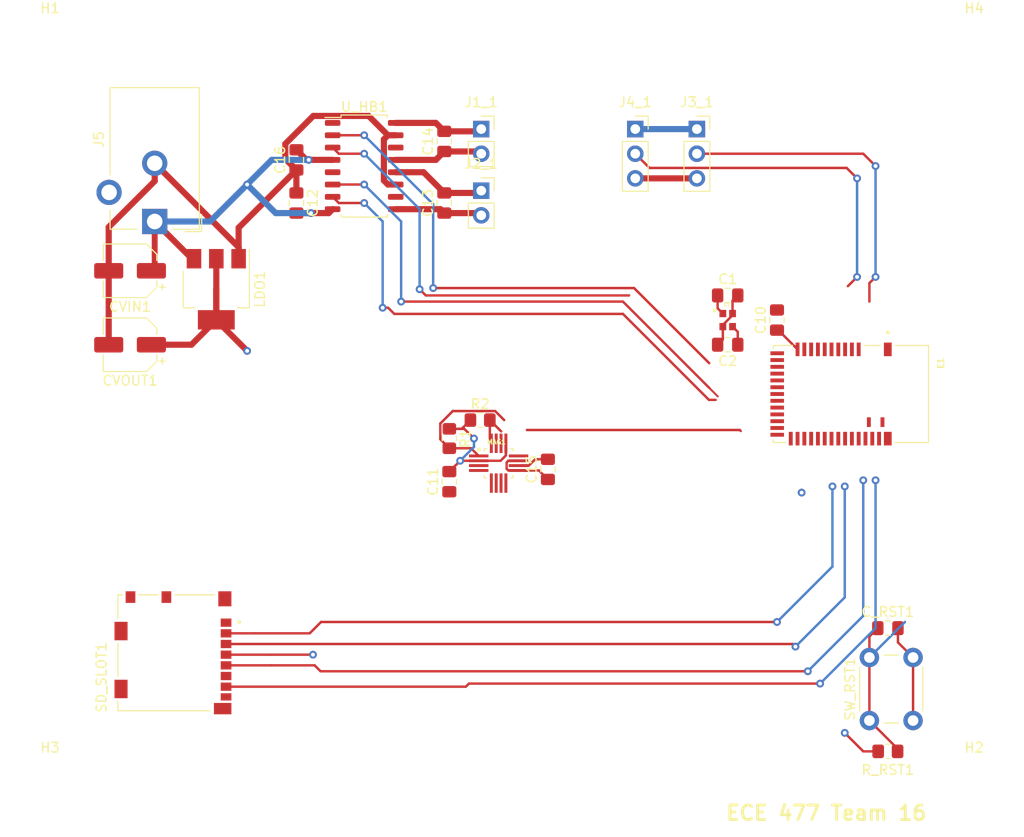
<source format=kicad_pcb>
(kicad_pcb (version 20211014) (generator pcbnew)
  (layers (0 "F.Cu" signal) (31 "B.Cu" signal) (34 "B.Paste" user) (35 "F.Paste" user) (36 "B.SilkS" user "B.Silkscreen") (37 "F.SilkS" user "F.Silkscreen") (38 "B.Mask" user) (39 "F.Mask" user) (44 "Edge.Cuts" user))
  (net 0 "")
  (net 1 "/XC1")
  (net 2 "GND")
  (net 3 "/XC2")
  (net 4 "+3V3")
  (net 5 "+6V")
  (net 6 "Net-(C13-Pad2)")
  (net 7 "Net-(C13-Pad1)")
  (net 8 "Net-(C14-Pad1)")
  (net 9 "Net-(C14-Pad2)")
  (net 10 "Net-(C15-Pad2)")
  (net 11 "/WSS1")
  (net 12 "/WSS2")
  (net 13 "/SCL")
  (net 16 "/SDA")
  (net 17 "/MOSI")
  (net 18 "/SCLK")
  (net 19 "/MISO")
  (net 20 "/CS")
  (net 21 "/INA")
  (net 22 "/SDCLK")
  (net 23 "/SWDIO")
  (net 24 "/INB")
  (net 25 "/INC")
  (net 26 "/IND")
  (net 34 "/MSCL")
  (footprint "Capacitor_SMD:C_0805_2012Metric_Pad1.18x1.45mm_HandSolder" (layer "F.Cu") (at 152.4 88.9)
    (fp_text reference "C1" (at 0 -1.68) (layer "F.SilkS"))
    (fp_text value "12pF")
    (pad "1" smd roundrect locked (at -1.0375 0) (size 1.175 1.45) (layers "F.Cu" "F.Paste" "F.Mask") (roundrect_rratio 0.212766) (net 1 "/XC1"))
    (pad "2" smd roundrect locked (at 1.0375 0) (size 1.175 1.45) (layers "F.Cu" "F.Paste" "F.Mask") (roundrect_rratio 0.212766) (net 2 "GND"))
  )
  (footprint "Capacitor_SMD:C_0805_2012Metric_Pad1.18x1.45mm_HandSolder" (layer "F.Cu") (at 123.71 108.095 90)
    (fp_text reference "C11" (at 0 -1.68 90) (layer "F.SilkS"))
    (fp_text value "1uF")
    (pad "1" smd roundrect locked (at -1.0375 0 90) (size 1.175 1.45) (layers "F.Cu" "F.Paste" "F.Mask") (roundrect_rratio 0.212766) (net 2 "GND"))
    (pad "2" smd roundrect locked (at 1.0375 0 90) (size 1.175 1.45) (layers "F.Cu" "F.Paste" "F.Mask") (roundrect_rratio 0.213) (net 4 "+3V3"))
  )
  (footprint "Capacitor_SMD:C_0805_2012Metric_Pad1.18x1.45mm_HandSolder" (layer "F.Cu") (at 107.95 79.375 -90)
    (fp_text reference "C12" (at 0 -1.68 90) (layer "F.SilkS"))
    (fp_text value "100uF")
    (pad "1" smd roundrect locked (at -1.0375 0 270) (size 1.175 1.45) (layers "F.Cu" "F.Paste" "F.Mask") (roundrect_rratio 0.212766) (net 2 "GND"))
    (pad "2" smd roundrect locked (at 1.0375 0 270) (size 1.175 1.45) (layers "F.Cu" "F.Paste" "F.Mask") (roundrect_rratio 0.212766) (net 5 "+6V"))
  )
  (footprint "Capacitor_SMD:C_0805_2012Metric_Pad1.18x1.45mm_HandSolder" (layer "F.Cu") (at 123.19 79.375 90)
    (fp_text reference "C13" (at 0 -1.68 90) (layer "F.SilkS"))
    (fp_text value ".1uF")
    (pad "1" smd roundrect locked (at -1.0375 0 90) (size 1.175 1.45) (layers "F.Cu" "F.Paste" "F.Mask") (roundrect_rratio 0.212766) (net 7 "Net-(C13-Pad1)"))
    (pad "2" smd roundrect locked (at 1.0375 0 90) (size 1.175 1.45) (layers "F.Cu" "F.Paste" "F.Mask") (roundrect_rratio 0.212766) (net 6 "Net-(C13-Pad2)"))
  )
  (footprint "Capacitor_SMD:C_0805_2012Metric_Pad1.18x1.45mm_HandSolder" (layer "F.Cu") (at 123.19 73.025 90)
    (fp_text reference "C14" (at 0 -1.68 90) (layer "F.SilkS"))
    (fp_text value ".1uF")
    (pad "1" smd roundrect locked (at -1.0375 0 90) (size 1.175 1.45) (layers "F.Cu" "F.Paste" "F.Mask") (roundrect_rratio 0.212766) (net 8 "Net-(C14-Pad1)"))
    (pad "2" smd roundrect locked (at 1.0375 0 90) (size 1.175 1.45) (layers "F.Cu" "F.Paste" "F.Mask") (roundrect_rratio 0.212766) (net 9 "Net-(C14-Pad2)"))
  )
  (footprint "Capacitor_SMD:C_0805_2012Metric_Pad1.18x1.45mm_HandSolder" (layer "F.Cu") (at 133.87 106.825 90)
    (fp_text reference "C15" (at 0 -1.68 90) (layer "F.SilkS"))
    (fp_text value "10uF")
    (pad "1" smd roundrect locked (at -1.0375 0 90) (size 1.175 1.45) (layers "F.Cu" "F.Paste" "F.Mask") (roundrect_rratio 0.212766) (net 2 "GND"))
    (pad "2" smd roundrect locked (at 1.0375 0 90) (size 1.175 1.45) (layers "F.Cu" "F.Paste" "F.Mask") (roundrect_rratio 0.212766) (net 10 "Net-(C15-Pad2)"))
  )
  (footprint "Capacitor_SMD:C_0805_2012Metric_Pad1.18x1.45mm_HandSolder" (layer "F.Cu") (at 107.95 74.93 90)
    (fp_text reference "C16" (at 0 -1.68 90) (layer "F.SilkS"))
    (fp_text value "100uF")
    (pad "1" smd roundrect locked (at -1.0375 0 90) (size 1.175 1.45) (layers "F.Cu" "F.Paste" "F.Mask") (roundrect_rratio 0.212766) (net 2 "GND"))
    (pad "2" smd roundrect locked (at 1.0375 0 90) (size 1.175 1.45) (layers "F.Cu" "F.Paste" "F.Mask") (roundrect_rratio 0.212766) (net 5 "+6V"))
  )
  (footprint "Capacitor_SMD:C_0805_2012Metric_Pad1.18x1.45mm_HandSolder" (layer "F.Cu") (at 168.91 123.19)
    (fp_text reference "C_RST1" (at 0 -1.68) (layer "F.SilkS"))
    (fp_text value "1uF")
    (pad "1" smd roundrect locked (at -1.0375 0) (size 1.175 1.45) (layers "F.Cu" "F.Paste" "F.Mask") (roundrect_rratio 0.212766) (net 34 "/MSCL"))
    (pad "2" smd roundrect locked (at 1.0375 0) (size 1.175 1.45) (layers "F.Cu" "F.Paste" "F.Mask") (roundrect_rratio 0.212766) (net 2 "GND"))
  )
  (footprint "Capacitor_SMD:CP_Elec_5x5.7" (layer "F.Cu") (at 90.805 86.36 180)
    (fp_text reference "CVIN1" (at 0 -3.7) (layer "F.SilkS"))
    (fp_text value "10uF")
    (pad "1" smd roundrect locked (at -2.2 0 180) (size 3 1.6) (layers "F.Cu" "F.Paste" "F.Mask") (roundrect_rratio 0.15625))
    (pad "2" smd roundrect locked (at 2.2 0 180) (size 3 1.6) (layers "F.Cu" "F.Paste" "F.Mask") (roundrect_rratio 0.15625) (net 2 "GND"))
  )
  (footprint "Capacitor_SMD:CP_Elec_5x5.7" (layer "F.Cu") (at 90.805 93.98 180)
    (fp_text reference "CVOUT1" (at 0 -3.7) (layer "F.SilkS"))
    (fp_text value "10uF")
    (pad "1" smd roundrect locked (at -2.2 0 180) (size 3 1.6) (layers "F.Cu" "F.Paste" "F.Mask") (roundrect_rratio 0.15625))
    (pad "2" smd roundrect locked (at 2.2 0 180) (size 3 1.6) (layers "F.Cu" "F.Paste" "F.Mask") (roundrect_rratio 0.15625) (net 2 "GND"))
  )
  (footprint "Connector_BarrelJack:BarrelJack_CUI_PJ-102AH_Horizontal" (layer "F.Cu") (at 93.345 81.28 180)
    (fp_text reference "J5" (at 5.75 8.45 90) (layer "F.SilkS"))
    (fp_text value "Barrel_Jack")
    (pad "1" thru_hole rect locked (at 0 0 180) (size 2.6 2.6) (drill 1.6) (layers *.Cu *.Mask) (net 5 "+6V"))
    (pad "2" thru_hole circle locked (at 0 6 180) (size 2.6 2.6) (drill 1.6) (layers *.Cu *.Mask) (net 2 "GND"))
    (pad "3" thru_hole circle locked (at 4.7 3 180) (size 2.6 2.6) (drill 1.6) (layers *.Cu *.Mask))
  )
  (footprint "Connector_PinSocket_2.54mm:PinSocket_1x02_P2.54mm_Vertical" (layer "F.Cu") (at 127 71.755)
    (fp_text reference "J1_1" (at 0 -2.77) (layer "F.SilkS"))
    (fp_text value "Conn_01x02_Female")
    (pad "1" thru_hole rect locked (at 0 0) (size 1.7 1.7) (drill 1) (layers *.Cu *.Mask) (net 9 "Net-(C14-Pad2)"))
    (pad "2" thru_hole oval locked (at 0 2.54) (size 1.7 1.7) (drill 1) (layers *.Cu *.Mask) (net 8 "Net-(C14-Pad1)"))
  )
  (footprint "Connector_PinSocket_2.54mm:PinSocket_1x02_P2.54mm_Vertical" (layer "F.Cu") (at 127 78.105)
    (fp_text reference "J2_1" (at 0 -2.77) (layer "F.SilkS"))
    (fp_text value "Conn_01x02_Female")
    (pad "1" thru_hole rect locked (at 0 0) (size 1.7 1.7) (drill 1) (layers *.Cu *.Mask) (net 6 "Net-(C13-Pad2)"))
    (pad "2" thru_hole oval locked (at 0 2.54) (size 1.7 1.7) (drill 1) (layers *.Cu *.Mask) (net 7 "Net-(C13-Pad1)"))
  )
  (footprint "Connector_PinSocket_2.54mm:PinSocket_1x03_P2.54mm_Vertical" (layer "F.Cu") (at 149.225 71.755)
    (fp_text reference "J3_1" (at 0 -2.77) (layer "F.SilkS"))
    (fp_text value "Conn_01x03_Female")
    (pad "1" thru_hole rect locked (at 0 0) (size 1.7 1.7) (drill 1) (layers *.Cu *.Mask) (net 4 "+3V3"))
    (pad "2" thru_hole oval locked (at 0 2.54) (size 1.7 1.7) (drill 1) (layers *.Cu *.Mask) (net 11 "/WSS1"))
    (pad "3" thru_hole oval locked (at 0 5.08) (size 1.7 1.7) (drill 1) (layers *.Cu *.Mask) (net 2 "GND"))
  )
  (footprint "Connector_PinSocket_2.54mm:PinSocket_1x03_P2.54mm_Vertical" (layer "F.Cu") (at 142.875 71.755)
    (fp_text reference "J4_1" (at 0 -2.77) (layer "F.SilkS"))
    (fp_text value "Conn_01x03_Female")
    (pad "1" thru_hole rect locked (at 0 0) (size 1.7 1.7) (drill 1) (layers *.Cu *.Mask) (net 4 "+3V3"))
    (pad "2" thru_hole oval locked (at 0 2.54) (size 1.7 1.7) (drill 1) (layers *.Cu *.Mask) (net 12 "/WSS2"))
    (pad "3" thru_hole oval locked (at 0 5.08) (size 1.7 1.7) (drill 1) (layers *.Cu *.Mask) (net 2 "GND"))
  )
  (footprint "Package_TO_SOT_SMD:SOT-223-3_TabPin2" (layer "F.Cu") (at 99.695 88.265 -90)
    (fp_text reference "LDO1" (at 0 -4.5 90) (layer "F.SilkS"))
    (fp_text value "NCP1117-3.3_SOT223")
    (pad "1" smd rect locked (at -3.15 -2.3 270) (size 2 1.5) (layers "F.Cu" "F.Paste" "F.Mask") (net 2 "GND"))
    (pad "2" smd rect locked (at -3.15 0 270) (size 2 1.5) (layers "F.Cu" "F.Paste" "F.Mask") (net 4 "+3V3"))
    (pad "2" smd rect locked (at 3.15 0 270) (size 2 3.8) (layers "F.Cu" "F.Paste" "F.Mask") (net 4 "+3V3"))
    (pad "3" smd rect locked (at -3.15 2.3 270) (size 2 1.5) (layers "F.Cu" "F.Paste" "F.Mask") (net 5 "+6V"))
  )
  (footprint "MMC5983MA:PQFN50P300X300X100-16N" (layer "F.Cu") (at 128.79 106.19)
    (fp_text reference "MAG1" (at -0.226 -2.1868) (layer "F.SilkS") (effects (font (size 0.48 0.48))))
    (fp_text value "MMC5983MA")
    (pad "1" smd rect locked (at -2.05 -0.75) (size 2 0.3) (layers "F.Cu" "F.Paste" "F.Mask") (net 13 "/SCL"))
    (pad "2" smd rect locked (at -2.05 -0.25) (size 2 0.3) (layers "F.Cu" "F.Paste" "F.Mask") (net 4 "+3V3"))
    (pad "3" smd rect locked (at -2.05 0.25) (size 2 0.3) (layers "F.Cu" "F.Paste" "F.Mask"))
    (pad "4" smd rect locked (at -2.05 0.75) (size 2 0.3) (layers "F.Cu" "F.Paste" "F.Mask"))
    (pad "5" smd rect locked (at -0.75 2.05) (size 0.3 2) (layers "F.Cu" "F.Paste" "F.Mask"))
    (pad "6" smd rect locked (at -0.25 2.05) (size 0.3 2) (layers "F.Cu" "F.Paste" "F.Mask"))
    (pad "7" smd rect locked (at 0.25 2.05) (size 0.3 2) (layers "F.Cu" "F.Paste" "F.Mask"))
    (pad "8" smd rect locked (at 0.75 2.05) (size 0.3 2) (layers "F.Cu" "F.Paste" "F.Mask"))
    (pad "9" smd rect locked (at 2.055 0.75) (size 2 0.3) (layers "F.Cu" "F.Paste" "F.Mask") (net 2 "GND"))
    (pad "10" smd rect locked (at 2.055 0.25) (size 2 0.3) (layers "F.Cu" "F.Paste" "F.Mask") (net 10 "Net-(C15-Pad2)"))
    (pad "11" smd rect locked (at 2.055 -0.25) (size 2 0.3) (layers "F.Cu" "F.Paste" "F.Mask") (net 2 "GND"))
    (pad "12" smd rect locked (at 2.055 -0.75) (size 2 0.3) (layers "F.Cu" "F.Paste" "F.Mask"))
    (pad "13" smd rect locked (at 0.75 -2.05) (size 0.3 2) (layers "F.Cu" "F.Paste" "F.Mask") (net 4 "+3V3"))
    (pad "14" smd rect locked (at 0.25 -2.05) (size 0.3 2) (layers "F.Cu" "F.Paste" "F.Mask"))
    (pad "15" smd rect locked (at -0.25 -2.05) (size 0.3 2) (layers "F.Cu" "F.Paste" "F.Mask"))
    (pad "16" smd rect locked (at -0.75 -2.05) (size 0.3 2) (layers "F.Cu" "F.Paste" "F.Mask") (net 16 "/SDA"))
  )
  (footprint "Resistor_SMD:R_0805_2012Metric_Pad1.20x1.40mm_HandSolder" (layer "F.Cu") (at 123.71 103.65 -90)
    (fp_text reference "R1" (at 0 -1.65 90) (layer "F.SilkS"))
    (fp_text value "2.7k")
    (pad "1" smd roundrect locked (at -1 0 270) (size 1.2 1.4) (layers "F.Cu" "F.Paste" "F.Mask") (roundrect_rratio 0.208333) (net 4 "+3V3"))
    (pad "2" smd roundrect locked (at 1 0 270) (size 1.2 1.4) (layers "F.Cu" "F.Paste" "F.Mask") (roundrect_rratio 0.208333) (net 13 "/SCL"))
  )
  (footprint "Resistor_SMD:R_0805_2012Metric_Pad1.20x1.40mm_HandSolder" (layer "F.Cu") (at 126.885 101.745)
    (fp_text reference "R2" (at 0 -1.65) (layer "F.SilkS"))
    (fp_text value "2.7k")
    (pad "1" smd roundrect locked (at -1 0) (size 1.2 1.4) (layers "F.Cu" "F.Paste" "F.Mask") (roundrect_rratio 0.208333) (net 4 "+3V3"))
    (pad "2" smd roundrect locked (at 1 0) (size 1.2 1.4) (layers "F.Cu" "F.Paste" "F.Mask") (roundrect_rratio 0.208333) (net 16 "/SDA"))
  )
  (footprint "Resistor_SMD:R_0805_2012Metric_Pad1.20x1.40mm_HandSolder" (layer "F.Cu") (at 168.91 135.89)
    (fp_text reference "R_RST1" (at 0 1.905) (layer "F.SilkS"))
    (fp_text value "10k")
    (pad "1" smd roundrect locked (at -1 0) (size 1.2 1.4) (layers "F.Cu" "F.Paste" "F.Mask") (roundrect_rratio 0.208333) (net 4 "+3V3"))
    (pad "2" smd roundrect locked (at 1 0) (size 1.2 1.4) (layers "F.Cu" "F.Paste" "F.Mask") (roundrect_rratio 0.208333) (net 34 "/MSCL"))
  )
  (footprint "104031-0811:MOLEX_104031-0811" (layer "F.Cu") (at 95.25 125.73 90)
    (fp_text reference "SD_SLOT1" (at -2.545225 -7.385735 90) (layer "F.SilkS") (effects (font (size 1.002071 1.002071))))
    (fp_text value "104031-0811")
    (pad "1" smd rect locked (at 3.105 5.45 90) (size 0.85 1.1) (layers "F.Cu" "F.Paste" "F.Mask"))
    (pad "2" smd rect locked (at 2.005 5.45 90) (size 0.85 1.1) (layers "F.Cu" "F.Paste" "F.Mask") (net 20 "/CS"))
    (pad "3" smd rect locked (at 0.905 5.45 90) (size 0.85 1.1) (layers "F.Cu" "F.Paste" "F.Mask") (net 17 "/MOSI"))
    (pad "4" smd rect locked (at -0.195 5.45 90) (size 0.85 1.1) (layers "F.Cu" "F.Paste" "F.Mask") (net 4 "+3V3"))
    (pad "5" smd rect locked (at -1.295 5.45 90) (size 0.85 1.1) (layers "F.Cu" "F.Paste" "F.Mask") (net 18 "/SCLK"))
    (pad "6" smd rect locked (at -2.395 5.45 90) (size 0.85 1.1) (layers "F.Cu" "F.Paste" "F.Mask") (net 2 "GND"))
    (pad "7" smd rect locked (at -3.495 5.45 90) (size 0.85 1.1) (layers "F.Cu" "F.Paste" "F.Mask") (net 19 "/MISO"))
    (pad "8" smd rect locked (at -4.545 5.45 90) (size 0.75 1.1) (layers "F.Cu" "F.Paste" "F.Mask"))
    (pad "9" smd rect locked (at 5.74 -0.7 90) (size 1.2 1) (layers "F.Cu" "F.Paste" "F.Mask"))
    (pad "10" smd rect locked (at 5.74 -4.4 90) (size 1.2 1) (layers "F.Cu" "F.Paste" "F.Mask"))
    (pad "G1" smd rect locked (at 5.565 5.325 90) (size 1.55 1.35) (layers "F.Cu" "F.Paste" "F.Mask") (net 2 "GND"))
    (pad "G2" smd rect locked (at -5.755 5.1 90) (size 1.17 1.8) (layers "F.Cu" "F.Paste" "F.Mask") (net 2 "GND"))
    (pad "G3" smd rect locked (at -3.73 -5.375 90) (size 1.9 1.35) (layers "F.Cu" "F.Paste" "F.Mask") (net 2 "GND"))
    (pad "G4" smd rect locked (at 2.24 -5.375 90) (size 1.9 1.35) (layers "F.Cu" "F.Paste" "F.Mask") (net 2 "GND"))
  )
  (footprint "Button_Switch_THT:SW_PUSH_6mm" (layer "F.Cu") (at 167.005 132.715 90)
    (fp_text reference "SW_RST1" (at 3.25 -2 90) (layer "F.SilkS"))
    (fp_text value "_")
    (pad "1" thru_hole circle locked (at 0 0 180) (size 2 2) (drill 1.1) (layers *.Cu *.Mask) (net 34 "/MSCL"))
    (pad "1" thru_hole circle locked (at 6.5 0 180) (size 2 2) (drill 1.1) (layers *.Cu *.Mask) (net 34 "/MSCL"))
    (pad "2" thru_hole circle locked (at 6.5 4.5 180) (size 2 2) (drill 1.1) (layers *.Cu *.Mask) (net 2 "GND"))
    (pad "2" thru_hole circle locked (at 0 4.5 180) (size 2 2) (drill 1.1) (layers *.Cu *.Mask) (net 2 "GND"))
  )
  (footprint "Package_SO:SOP-16_4.55x10.3mm_P1.27mm" (layer "F.Cu") (at 114.935 75.565)
    (fp_text reference "U_HB1" (at 0 -6.1) (layer "F.SilkS"))
    (fp_text value "YX1818BM")
    (pad "1" smd roundrect locked (at -3.25 -4.445) (size 1.6 0.6) (layers "F.Cu" "F.Paste" "F.Mask"))
    (pad "2" smd roundrect locked (at -3.25 -3.175) (size 1.6 0.6) (layers "F.Cu" "F.Paste" "F.Mask") (net 21 "/INA"))
    (pad "3" smd roundrect locked (at -3.25 -1.905) (size 1.6 0.6) (layers "F.Cu" "F.Paste" "F.Mask") (net 24 "/INB"))
    (pad "4" smd roundrect locked (at -3.25 -0.635) (size 1.6 0.6) (layers "F.Cu" "F.Paste" "F.Mask") (net 5 "+6V"))
    (pad "5" smd roundrect locked (at -3.25 0.635) (size 1.6 0.6) (layers "F.Cu" "F.Paste" "F.Mask"))
    (pad "6" smd roundrect locked (at -3.25 1.905) (size 1.6 0.6) (layers "F.Cu" "F.Paste" "F.Mask") (net 25 "/INC"))
    (pad "7" smd roundrect locked (at -3.25 3.175) (size 1.6 0.6) (layers "F.Cu" "F.Paste" "F.Mask") (net 26 "/IND"))
    (pad "8" smd roundrect locked (at -3.25 4.445) (size 1.6 0.6) (layers "F.Cu" "F.Paste" "F.Mask") (net 5 "+6V"))
    (pad "9" smd roundrect locked (at 3.25 4.445) (size 1.6 0.6) (layers "F.Cu" "F.Paste" "F.Mask") (net 7 "Net-(C13-Pad1)"))
    (pad "10" smd roundrect locked (at 3.25 3.175) (size 1.6 0.6) (layers "F.Cu" "F.Paste" "F.Mask"))
    (pad "11" smd roundrect locked (at 3.25 1.905) (size 1.6 0.6) (layers "F.Cu" "F.Paste" "F.Mask") (net 2 "GND"))
    (pad "12" smd roundrect locked (at 3.25 0.635) (size 1.6 0.6) (layers "F.Cu" "F.Paste" "F.Mask") (net 6 "Net-(C13-Pad2)"))
    (pad "13" smd roundrect locked (at 3.25 -0.635) (size 1.6 0.6) (layers "F.Cu" "F.Paste" "F.Mask") (net 8 "Net-(C14-Pad1)"))
    (pad "14" smd roundrect locked (at 3.25 -1.905) (size 1.6 0.6) (layers "F.Cu" "F.Paste" "F.Mask"))
    (pad "15" smd roundrect locked (at 3.25 -3.175) (size 1.6 0.6) (layers "F.Cu" "F.Paste" "F.Mask") (net 2 "GND"))
    (pad "16" smd roundrect locked (at 3.25 -4.445) (size 1.6 0.6) (layers "F.Cu" "F.Paste" "F.Mask") (net 9 "Net-(C14-Pad2)"))
  )
  (footprint "Hall Effect Footprint:OSC_XRCGB32M000FXH2CR0" (layer "F.Cu") (at 152.4 91.44)
    (fp_text reference "X1" (at -0.084 -1.6032) (layer "F.SilkS") (effects (font (size 0.32 0.32))))
    (fp_text value "32MHz")
    (pad "1" smd rect locked (at -0.5 -0.675) (size 0.7 0.75) (layers "F.Cu" "F.Paste" "F.Mask") (net 1 "/XC1"))
    (pad "2" smd rect locked (at -0.5 0.675) (size 0.7 0.75) (layers "F.Cu" "F.Paste" "F.Mask") (net 2 "GND"))
    (pad "3" smd rect locked (at 0.5 0.675) (size 0.7 0.75) (layers "F.Cu" "F.Paste" "F.Mask") (net 3 "/XC2"))
    (pad "4" smd rect locked (at 0.5 -0.675) (size 0.7 0.75) (layers "F.Cu" "F.Paste" "F.Mask") (net 2 "GND"))
  )
  (footprint "MountingHole:MountingHole_3.2mm_M3" (layer "F.Cu") (at 82.55 63.5)
    (fp_text reference "H1" (at 0 -4.2) (layer "F.SilkS"))
    (fp_text value "MountingHole")
    (pad "" np_thru_hole circle locked (at 0 0) (size 3.2 3.2) (drill 3.2) (layers *.Cu *.Mask))
  )
  (footprint "MountingHole:MountingHole_3.2mm_M3" (layer "F.Cu") (at 177.8 139.7)
    (fp_text reference "H2" (at 0 -4.2) (layer "F.SilkS"))
    (fp_text value "MountingHole")
    (pad "" np_thru_hole circle locked (at 0 0) (size 3.2 3.2) (drill 3.2) (layers *.Cu *.Mask))
  )
  (footprint "MountingHole:MountingHole_3.2mm_M3" (layer "F.Cu") (at 82.55 139.7)
    (fp_text reference "H3" (at 0 -4.2) (layer "F.SilkS"))
    (fp_text value "MountingHole")
    (pad "" np_thru_hole circle locked (at 0 0) (size 3.2 3.2) (drill 3.2) (layers *.Cu *.Mask))
  )
  (footprint "MountingHole:MountingHole_3.2mm_M3" (layer "F.Cu") (at 177.8 63.5)
    (fp_text reference "H4" (at 0 -4.2) (layer "F.SilkS"))
    (fp_text value "MountingHole")
    (pad "" np_thru_hole circle locked (at 0 0) (size 3.2 3.2) (drill 3.2) (layers *.Cu *.Mask))
  )
  (footprint "Capacitor_SMD:C_0805_2012Metric_Pad1.18x1.45mm_HandSolder" (layer "F.Cu") (at 157.48 91.44 90)
    (fp_text reference "C10" (at 0 -1.68 90) (layer "F.SilkS"))
    (fp_text value "1uF")
    (pad "1" smd roundrect (at -1.0375 0 90) (size 1.175 1.45) (layers "F.Cu" "F.Paste" "F.Mask") (roundrect_rratio 0.212766) (net 4 "+3V3"))
    (pad "2" smd roundrect (at 1.0375 0 90) (size 1.175 1.45) (layers "F.Cu" "F.Paste" "F.Mask") (roundrect_rratio 0.212766) (net 2 "GND"))
  )
  (footprint "MDBT42Q-512KV2:RAYTAC_MDBT42Q-512KV2" (layer "F.Cu") (at 165.1 99.06 -90)
    (fp_text reference "E1" (at -3.175 -9.271 90) (layer "F.SilkS") (effects (font (size 0.6 0.6))))
    (fp_text value "MDBT42Q-512KV2")
    (pad "1" smd rect locked (at -4.6 -3.8 270) (size 1.4 0.8) (layers "F.Cu" "F.Paste" "F.Mask") (net 2 "GND"))
    (pad "2" smd rect locked (at -4.6 -0.8 270) (size 1.4 0.4) (layers "F.Cu" "F.Paste" "F.Mask"))
    (pad "3" smd rect locked (at -4.6 -0.1 270) (size 1.4 0.4) (layers "F.Cu" "F.Paste" "F.Mask") (net 11 "/WSS1"))
    (pad "4" smd rect locked (at -4.6 0.6 270) (size 1.4 0.4) (layers "F.Cu" "F.Paste" "F.Mask") (net 12 "/WSS2"))
    (pad "5" smd rect locked (at -4.6 1.3 270) (size 1.4 0.4) (layers "F.Cu" "F.Paste" "F.Mask"))
    (pad "6" smd rect locked (at -4.6 2 270) (size 1.4 0.4) (layers "F.Cu" "F.Paste" "F.Mask"))
    (pad "7" smd rect locked (at -4.6 2.7 270) (size 1.4 0.4) (layers "F.Cu" "F.Paste" "F.Mask"))
    (pad "8" smd rect locked (at -4.6 3.4 270) (size 1.4 0.4) (layers "F.Cu" "F.Paste" "F.Mask"))
    (pad "9" smd rect locked (at -4.6 4.1 270) (size 1.4 0.4) (layers "F.Cu" "F.Paste" "F.Mask"))
    (pad "10" smd rect locked (at -4.6 4.8 270) (size 1.4 0.4) (layers "F.Cu" "F.Paste" "F.Mask"))
    (pad "11" smd rect locked (at -4.6 5.5 270) (size 1.4 0.4) (layers "F.Cu" "F.Paste" "F.Mask") (net 4 "+3V3"))
    (pad "12" smd rect locked (at -4.2 7.6) (size 1.4 0.4) (layers "F.Cu" "F.Paste" "F.Mask") (net 2 "GND"))
    (pad "13" smd rect locked (at -3.5 7.6 180) (size 1.4 0.4) (layers "F.Cu" "F.Paste" "F.Mask") (net 1 "/XC1"))
    (pad "14" smd rect locked (at -2.8 7.6) (size 1.4 0.4) (layers "F.Cu" "F.Paste" "F.Mask") (net 3 "/XC2"))
    (pad "15" smd rect locked (at -2.1 7.6) (size 1.4 0.4) (layers "F.Cu" "F.Paste" "F.Mask"))
    (pad "16" smd rect locked (at -1.4 7.6) (size 1.4 0.4) (layers "F.Cu" "F.Paste" "F.Mask") (net 21 "/INA"))
    (pad "17" smd rect locked (at -0.7 7.6) (size 1.4 0.4) (layers "F.Cu" "F.Paste" "F.Mask") (net 24 "/INB"))
    (pad "18" smd rect locked (at 0 7.6) (size 1.4 0.4) (layers "F.Cu" "F.Paste" "F.Mask") (net 25 "/INC"))
    (pad "19" smd rect locked (at 0.7 7.6) (size 1.4 0.4) (layers "F.Cu" "F.Paste" "F.Mask") (net 26 "/IND"))
    (pad "20" smd rect locked (at 1.4 7.6) (size 1.4 0.4) (layers "F.Cu" "F.Paste" "F.Mask"))
    (pad "21" smd rect locked (at 2.1 7.6) (size 1.4 0.4) (layers "F.Cu" "F.Paste" "F.Mask"))
    (pad "22" smd rect locked (at 2.8 7.6) (size 1.4 0.4) (layers "F.Cu" "F.Paste" "F.Mask") (net 13 "/SCL"))
    (pad "23" smd rect locked (at 3.5 7.6) (size 1.4 0.4) (layers "F.Cu" "F.Paste" "F.Mask") (net 16 "/SDA"))
    (pad "24" smd rect locked (at 4.2 7.6) (size 1.4 0.4) (layers "F.Cu" "F.Paste" "F.Mask") (net 2 "GND"))
    (pad "25" smd rect locked (at 4.6 6.2 90) (size 1.4 0.4) (layers "F.Cu" "F.Paste" "F.Mask"))
    (pad "26" smd rect locked (at 4.6 5.5 90) (size 1.4 0.4) (layers "F.Cu" "F.Paste" "F.Mask"))
    (pad "27" smd rect locked (at 4.6 4.8 90) (size 1.4 0.4) (layers "F.Cu" "F.Paste" "F.Mask"))
    (pad "28" smd rect locked (at 4.6 4.1 90) (size 1.4 0.4) (layers "F.Cu" "F.Paste" "F.Mask"))
    (pad "29" smd rect locked (at 4.6 3.4 90) (size 1.4 0.4) (layers "F.Cu" "F.Paste" "F.Mask"))
    (pad "30" smd rect locked (at 4.6 2.7 90) (size 1.4 0.4) (layers "F.Cu" "F.Paste" "F.Mask"))
    (pad "31" smd rect locked (at 4.6 2 90) (size 1.4 0.4) (layers "F.Cu" "F.Paste" "F.Mask") (net 20 "/CS"))
    (pad "32" smd rect locked (at 4.6 1.3 90) (size 1.4 0.4) (layers "F.Cu" "F.Paste" "F.Mask") (net 17 "/MOSI"))
    (pad "33" smd rect locked (at 4.6 0.6 90) (size 1.4 0.4) (layers "F.Cu" "F.Paste" "F.Mask") (net 18 "/SCLK"))
    (pad "34" smd rect locked (at 4.6 -0.1 90) (size 1.4 0.4) (layers "F.Cu" "F.Paste" "F.Mask") (net 19 "/MISO"))
    (pad "35" smd rect locked (at 4.6 -0.8 90) (size 1.4 0.4) (layers "F.Cu" "F.Paste" "F.Mask") (net 34 "/MSCL"))
    (pad "36" smd rect locked (at 4.6 -1.5 90) (size 1.4 0.4) (layers "F.Cu" "F.Paste" "F.Mask") (net 22 "/SDCLK"))
    (pad "37" smd rect locked (at 4.6 -2.2 90) (size 1.4 0.4) (layers "F.Cu" "F.Paste" "F.Mask") (net 23 "/SWDIO"))
    (pad "38" smd rect locked (at 4.6 -2.9 90) (size 1.4 0.4) (layers "F.Cu" "F.Paste" "F.Mask"))
    (pad "39" smd rect locked (at 4.6 -3.8 90) (size 1.4 0.8) (layers "F.Cu" "F.Paste" "F.Mask") (net 2 "GND"))
    (pad "40" smd rect locked (at 2.9 -3.25 90) (size 1 0.4) (layers "F.Cu" "F.Paste" "F.Mask"))
    (pad "41" smd rect locked (at 2.9 -1.85 90) (size 1 0.4) (layers "F.Cu" "F.Paste" "F.Mask"))
  )
  (footprint "Capacitor_SMD:C_0805_2012Metric_Pad1.18x1.45mm_HandSolder" (layer "F.Cu") (at 152.4 93.98 180)
    (fp_text reference "C2" (at 0 -1.68) (layer "F.SilkS"))
    (fp_text value "12pF")
    (pad "1" smd roundrect (at -1.0375 0 180) (size 1.175 1.45) (layers "F.Cu" "F.Paste" "F.Mask") (roundrect_rratio 0.212766) (net 3 "/XC2"))
    (pad "2" smd roundrect (at 1.0375 0 180) (size 1.175 1.45) (layers "F.Cu" "F.Paste" "F.Mask") (roundrect_rratio 0.212766) (net 2 "GND"))
  )
  (gr_text "ECE 477 Team 16\n" (at 162.56 142.24) (layer "F.SilkS") (effects (font (size 1.5 1.5) (thickness 0.3))))
  (segment (start 151.3625 88.9) (end 151.3625 90.2275) (width 0.25) (layer "F.Cu") (net 1))
  (segment (start 151.3625 90.2275) (end 151.9 90.765) (width 0.25) (layer "F.Cu") (net 1))
  (segment (start 169.9475 123.19) (end 169.9475 124.6575) (width 0.25) (layer "F.Cu") (net 2))
  (segment (start 152.9 90.765) (end 152.9 90.940978) (width 0.25) (layer "F.Cu") (net 2))
  (segment (start 151.9 91.940978) (end 151.9 92.115) (width 0.25) (layer "F.Cu") (net 2))
  (segment (start 106.80749 73.278506) (end 109.683506 70.40249) (width 0.635) (layer "F.Cu") (net 2))
  (segment (start 106.80749 74.82499) (end 106.80749 73.278506) (width 0.635) (layer "F.Cu") (net 2))
  (segment (start 88.605 86.36) (end 88.605 93.98) (width 0.635) (layer "F.Cu") (net 2))
  (segment (start 109.683506 70.40249) (end 115.39749 70.40249) (width 0.635) (layer "F.Cu") (net 2))
  (segment (start 117.385 77.47) (end 118.185 77.47) (width 0.635) (layer "F.Cu") (net 2))
  (segment (start 129.619999 106.770001) (end 129.789998 106.94) (width 0.25) (layer "F.Cu") (net 2))
  (segment (start 116.96749 72.80751) (end 116.96749 77.05249) (width 0.635) (layer "F.Cu") (net 2))
  (segment (start 129.619999 106.109999) (end 129.619999 106.770001) (width 0.25) (layer "F.Cu") (net 2))
  (segment (start 101.995 83.93) (end 93.345 75.28) (width 0.635) (layer "F.Cu") (net 2))
  (segment (start 152.9 90.765) (end 152.9 89.4375) (width 0.25) (layer "F.Cu") (net 2))
  (segment (start 88.605 81.858477) (end 88.605 86.36) (width 0.635) (layer "F.Cu") (net 2))
  (segment (start 107.95 75.9675) (end 101.995 81.9225) (width 0.635) (layer "F.Cu") (net 2))
  (segment (start 132.9475 106.94) (end 133.87 107.8625) (width 0.25) (layer "F.Cu") (net 2))
  (segment (start 117.385 72.39) (end 118.185 72.39) (width 0.635) (layer "F.Cu") (net 2))
  (segment (start 107.95 75.9675) (end 106.80749 74.82499) (width 0.635) (layer "F.Cu") (net 2))
  (segment (start 169.9475 124.6575) (end 171.505 126.215) (width 0.25) (layer "F.Cu") (net 2))
  (segment (start 171.505 126.215) (end 171.505 132.715) (width 0.25) (layer "F.Cu") (net 2))
  (segment (start 93.345 75.28) (end 93.345 77.118477) (width 0.635) (layer "F.Cu") (net 2))
  (segment (start 151.9 92.115) (end 151.9 93.4425) (width 0.25) (layer "F.Cu") (net 2))
  (segment (start 115.39749 70.40249) (end 117.385 72.39) (width 0.635) (layer "F.Cu") (net 2))
  (segment (start 116.96749 77.05249) (end 117.385 77.47) (width 0.635) (layer "F.Cu") (net 2))
  (segment (start 149.225 76.835) (end 142.875 76.835) (width 0.635) (layer "F.Cu") (net 2))
  (segment (start 93.345 77.118477) (end 88.605 81.858477) (width 0.635) (layer "F.Cu") (net 2))
  (segment (start 101.995 85.115) (end 101.995 83.93) (width 0.635) (layer "F.Cu") (net 2))
  (segment (start 129.789998 105.94) (end 129.619999 106.109999) (width 0.25) (layer "F.Cu") (net 2))
  (segment (start 129.789998 106.94) (end 130.845 106.94) (width 0.25) (layer "F.Cu") (net 2))
  (segment (start 151.9 93.4425) (end 151.3625 93.98) (width 0.25) (layer "F.Cu") (net 2))
  (segment (start 107.95 75.9675) (end 107.95 78.3375) (width 0.635) (layer "F.Cu") (net 2))
  (segment (start 152.9 89.4375) (end 153.4375 88.9) (width 0.25) (layer "F.Cu") (net 2))
  (segment (start 130.845 106.94) (end 132.9475 106.94) (width 0.25) (layer "F.Cu") (net 2))
  (segment (start 130.845 105.94) (end 129.789998 105.94) (width 0.25) (layer "F.Cu") (net 2))
  (segment (start 101.995 81.9225) (end 101.995 85.115) (width 0.635) (layer "F.Cu") (net 2))
  (segment (start 117.385 72.39) (end 116.96749 72.80751) (width 0.635) (layer "F.Cu") (net 2))
  (segment (start 152.9 90.940978) (end 151.9 91.940978) (width 0.25) (layer "F.Cu") (net 2))
  (segment (start 153.4375 92.6525) (end 152.9 92.115) (width 0.25) (layer "F.Cu") (net 3))
  (segment (start 153.4375 93.98) (end 153.4375 92.6525) (width 0.25) (layer "F.Cu") (net 3))
  (segment (start 102.87 94.615) (end 102.87 94.615) (width 0.635) (layer "F.Cu") (net 4))
  (segment (start 164.465 133.985) (end 164.465 133.985) (width 0.25) (layer "F.Cu") (net 4))
  (segment (start 109.66 125.925) (end 109.66 125.925) (width 0.25) (layer "F.Cu") (net 4))
  (segment (start 126.25 103.65) (end 126.25 103.65) (width 0.254) (layer "F.Cu") (net 4))
  (segment (start 124.8275 105.94) (end 126.74 105.94) (width 0.25) (layer "F.Cu") (net 4))
  (segment (start 160.02 109.22) (end 160.02 109.22) (width 0.635) (layer "F.Cu") (net 4))
  (segment (start 129.54 105.39) (end 128.99 105.94) (width 0.25) (layer "F.Cu") (net 4))
  (segment (start 166.37 135.89) (end 164.465 133.985) (width 0.25) (layer "F.Cu") (net 4))
  (segment (start 99.695 91.44) (end 102.87 94.615) (width 0.635) (layer "F.Cu") (net 4))
  (segment (start 99.695 85.115) (end 99.695 88.265) (width 0.635) (layer "F.Cu") (net 4))
  (segment (start 124.8275 105.94) (end 124.8275 105.94) (width 0.25) (layer "F.Cu") (net 4))
  (segment (start 123.71 107.0575) (end 124.8275 105.94) (width 0.25) (layer "F.Cu") (net 4))
  (segment (start 100.7 125.925) (end 105.215 125.925) (width 0.25) (layer "F.Cu") (net 4))
  (segment (start 99.695 88.265) (end 99.695 91.44) (width 0.635) (layer "F.Cu") (net 4))
  (segment (start 124.71 102.65) (end 124.98 102.65) (width 0.25) (layer "F.Cu") (net 4))
  (segment (start 123.71 102.65) (end 124.71 102.65) (width 0.25) (layer "F.Cu") (net 4))
  (segment (start 159.6 94.46) (end 157.6175 92.4775) (width 0.25) (layer "F.Cu") (net 4))
  (segment (start 99.695 88.265) (end 99.695 91.415) (width 0.635) (layer "F.Cu") (net 4))
  (segment (start 93.005 93.98) (end 97.13 93.98) (width 0.635) (layer "F.Cu") (net 4))
  (segment (start 125.25 102.65) (end 126.25 103.65) (width 0.254) (layer "F.Cu") (net 4))
  (segment (start 157.6175 92.4775) (end 157.48 92.4775) (width 0.25) (layer "F.Cu") (net 4))
  (segment (start 97.13 93.98) (end 99.695 91.415) (width 0.635) (layer "F.Cu") (net 4))
  (segment (start 129.54 104.14) (end 129.54 105.39) (width 0.25) (layer "F.Cu") (net 4))
  (segment (start 105.215 125.925) (end 109.66 125.925) (width 0.25) (layer "F.Cu") (net 4))
  (segment (start 128.99 105.94) (end 126.74 105.94) (width 0.25) (layer "F.Cu") (net 4))
  (segment (start 124.71 102.65) (end 125.25 102.65) (width 0.254) (layer "F.Cu") (net 4))
  (segment (start 124.98 102.65) (end 125.885 101.745) (width 0.25) (layer "F.Cu") (net 4))
  (segment (start 167.91 135.89) (end 166.37 135.89) (width 0.25) (layer "F.Cu") (net 4))
  (via (at 124.8275 105.94) (size 0.8) (drill 0.4) (layers "F.Cu" "B.Cu") (net 4))
  (via (at 164.465 133.985) (size 0.8) (drill 0.4) (layers "F.Cu" "B.Cu") (net 4))
  (via (at 109.66 125.925) (size 0.8) (drill 0.4) (layers "F.Cu" "B.Cu") (net 4))
  (via (at 126.25 103.65) (size 0.8) (drill 0.4) (layers "F.Cu" "B.Cu") (net 4))
  (via (at 160.02 109.22) (size 0.8) (drill 0.4) (layers "F.Cu" "B.Cu") (net 4))
  (via (at 102.87 94.615) (size 0.8) (drill 0.4) (layers "F.Cu" "B.Cu") (net 4))
  (segment (start 126.25 103.65) (end 126.25 104.5175) (width 0.25) (layer "B.Cu") (net 4))
  (segment (start 126.25 104.5175) (end 124.8275 105.94) (width 0.25) (layer "B.Cu") (net 4))
  (segment (start 149.225 71.755) (end 142.875 71.755) (width 0.635) (layer "B.Cu") (net 4))
  (segment (start 109.4525 80.4125) (end 111.2825 80.4125) (width 0.635) (layer "F.Cu") (net 5))
  (segment (start 109.22 74.93) (end 111.685 74.93) (width 0.635) (layer "F.Cu") (net 5))
  (segment (start 93.345 81.28) (end 93.345 86.02) (width 0.6096) (layer "F.Cu") (net 5))
  (segment (start 111.2825 80.4125) (end 111.685 80.01) (width 0.635) (layer "F.Cu") (net 5))
  (segment (start 97.395 85.115) (end 97.18 85.115) (width 0.635) (layer "F.Cu") (net 5))
  (segment (start 107.95 80.4125) (end 109.4525 80.4125) (width 0.635) (layer "F.Cu") (net 5))
  (segment (start 107.95 73.8925) (end 108.9875 74.93) (width 0.635) (layer "F.Cu") (net 5))
  (segment (start 108.9875 74.93) (end 109.22 74.93) (width 0.635) (layer "F.Cu") (net 5))
  (segment (start 93.345 86.02) (end 93.005 86.36) (width 0.6096) (layer "F.Cu") (net 5))
  (segment (start 97.18 85.115) (end 93.345 81.28) (width 0.635) (layer "F.Cu") (net 5))
  (via (at 102.87 77.47) (size 0.8) (drill 0.4) (layers "F.Cu" "B.Cu") (net 5))
  (via (at 109.4525 80.4125) (size 0.8) (drill 0.4) (layers "F.Cu" "B.Cu") (net 5))
  (via (at 109.22 74.93) (size 0.8) (drill 0.4) (layers "F.Cu" "B.Cu") (net 5))
  (segment (start 102.87 77.47) (end 102.87 77.47) (width 0.635) (layer "B.Cu") (net 5))
  (segment (start 105.41 74.93) (end 102.87 77.47) (width 0.635) (layer "B.Cu") (net 5))
  (segment (start 93.345 81.28) (end 99.06 81.28) (width 0.635) (layer "B.Cu") (net 5))
  (segment (start 99.06 81.28) (end 102.87 77.47) (width 0.635) (layer "B.Cu") (net 5))
  (segment (start 105.8125 80.4125) (end 102.87 77.47) (width 0.635) (layer "B.Cu") (net 5))
  (segment (start 109.4525 80.4125) (end 105.8125 80.4125) (width 0.635) (layer "B.Cu") (net 5))
  (segment (start 109.22 74.93) (end 105.41 74.93) (width 0.635) (layer "B.Cu") (net 5))
  (segment (start 123.19 78.3375) (end 126.7675 78.3375) (width 0.635) (layer "F.Cu") (net 6))
  (segment (start 126.7675 78.3375) (end 127 78.105) (width 0.635) (layer "F.Cu") (net 6))
  (segment (start 121.0525 76.2) (end 123.19 78.3375) (width 0.635) (layer "F.Cu") (net 6))
  (segment (start 118.185 76.2) (end 121.0525 76.2) (width 0.635) (layer "F.Cu") (net 6))
  (segment (start 118.185 80.01) (end 122.7875 80.01) (width 0.635) (layer "F.Cu") (net 7))
  (segment (start 123.19 80.4125) (end 126.7675 80.4125) (width 0.635) (layer "F.Cu") (net 7))
  (segment (start 126.7675 80.4125) (end 127 80.645) (width 0.635) (layer "F.Cu") (net 7))
  (segment (start 122.7875 80.01) (end 123.19 80.4125) (width 0.635) (layer "F.Cu") (net 7))
  (segment (start 123.19 74.0625) (end 126.7675 74.0625) (width 0.635) (layer "F.Cu") (net 8))
  (segment (start 122.3225 74.93) (end 118.185 74.93) (width 0.635) (layer "F.Cu") (net 8))
  (segment (start 126.7675 74.0625) (end 127 74.295) (width 0.635) (layer "F.Cu") (net 8))
  (segment (start 123.19 74.0625) (end 122.3225 74.93) (width 0.635) (layer "F.Cu") (net 8))
  (segment (start 122.3225 71.12) (end 123.19 71.9875) (width 0.635) (layer "F.Cu") (net 9))
  (segment (start 123.19 71.9875) (end 126.7675 71.9875) (width 0.635) (layer "F.Cu") (net 9))
  (segment (start 118.185 71.12) (end 122.3225 71.12) (width 0.635) (layer "F.Cu") (net 9))
  (segment (start 126.7675 71.9875) (end 127 71.755) (width 0.635) (layer "F.Cu") (net 9))
  (segment (start 130.845 106.44) (end 131.900002 106.44) (width 0.25) (layer "F.Cu") (net 10))
  (segment (start 131.900002 106.44) (end 132.552502 105.7875) (width 0.25) (layer "F.Cu") (net 10))
  (segment (start 132.552502 105.7875) (end 133.87 105.7875) (width 0.25) (layer "F.Cu") (net 10))
  (segment (start 167.64 86.995) (end 167.64 86.995) (width 0.25) (layer "F.Cu") (net 11))
  (segment (start 167.64 75.565) (end 167.64 75.565) (width 0.254) (layer "F.Cu") (net 11))
  (segment (start 167.005 87.63) (end 167.64 86.995) (width 0.25) (layer "F.Cu") (net 11))
  (segment (start 149.225 74.295) (end 166.37 74.295) (width 0.254) (layer "F.Cu") (net 11))
  (segment (start 166.37 74.295) (end 167.64 75.565) (width 0.254) (layer "F.Cu") (net 11))
  (segment (start 167.005 89.535) (end 167.005 87.63) (width 0.25) (layer "F.Cu") (net 11))
  (via (at 167.64 86.995) (size 0.8) (drill 0.4) (layers "F.Cu" "B.Cu") (net 11))
  (via (at 167.64 75.565) (size 0.8) (drill 0.4) (layers "F.Cu" "B.Cu") (net 11))
  (segment (start 167.64 75.565) (end 167.64 86.995) (width 0.254) (layer "B.Cu") (net 11))
  (segment (start 165.735 86.995) (end 165.735 86.995) (width 0.25) (layer "F.Cu") (net 12))
  (segment (start 165.735 76.835) (end 165.735 76.835) (width 0.254) (layer "F.Cu") (net 12))
  (segment (start 142.875 74.295) (end 144.337999 75.757999) (width 0.254) (layer "F.Cu") (net 12))
  (segment (start 164.657999 75.757999) (end 165.735 76.835) (width 0.254) (layer "F.Cu") (net 12))
  (segment (start 164.788501 87.941499) (end 165.735 86.995) (width 0.25) (layer "F.Cu") (net 12))
  (segment (start 144.337999 75.757999) (end 164.657999 75.757999) (width 0.254) (layer "F.Cu") (net 12))
  (via (at 165.735 76.835) (size 0.8) (drill 0.4) (layers "F.Cu" "B.Cu") (net 12))
  (via (at 165.735 86.995) (size 0.8) (drill 0.4) (layers "F.Cu" "B.Cu") (net 12))
  (segment (start 165.735 76.835) (end 165.735 86.995) (width 0.254) (layer "B.Cu") (net 12))
  (segment (start 123.71 104.65) (end 125.95 104.65) (width 0.25) (layer "F.Cu") (net 13))
  (segment (start 122.78299 103.72299) (end 123.71 104.65) (width 0.254) (layer "F.Cu") (net 13))
  (segment (start 124.067414 100.81799) (end 122.78299 102.102414) (width 0.254) (layer "F.Cu") (net 13))
  (segment (start 129.359596 101.745) (end 128.432586 100.81799) (width 0.254) (layer "F.Cu") (net 13))
  (segment (start 122.78299 102.102414) (end 122.78299 103.72299) (width 0.254) (layer "F.Cu") (net 13))
  (segment (start 128.432586 100.81799) (end 124.067414 100.81799) (width 0.254) (layer "F.Cu") (net 13))
  (segment (start 125.95 104.65) (end 126.74 105.44) (width 0.25) (layer "F.Cu") (net 13))
  (segment (start 127.885 101.745) (end 129.052999 102.912999) (width 0.254) (layer "F.Cu") (net 16))
  (segment (start 131.707999 102.767999) (end 153.637646 102.767999) (width 0.254) (layer "F.Cu") (net 16))
  (segment (start 153.637646 102.767999) (end 153.739647 102.87) (width 0.254) (layer "F.Cu") (net 16))
  (segment (start 127.885 101.745) (end 127.885 103.985) (width 0.25) (layer "F.Cu") (net 16))
  (segment (start 127.885 103.985) (end 128.04 104.14) (width 0.25) (layer "F.Cu") (net 16))
  (segment (start 164.465 108.585) (end 164.465 108.585) (width 0.25) (layer "F.Cu") (net 17))
  (segment (start 159.115 124.825) (end 159.385 125.095) (width 0.25) (layer "F.Cu") (net 17))
  (segment (start 100.7 124.825) (end 159.115 124.825) (width 0.25) (layer "F.Cu") (net 17))
  (via (at 164.465 108.585) (size 0.8) (drill 0.4) (layers "F.Cu" "B.Cu") (net 17))
  (via (at 159.385 125.095) (size 0.8) (drill 0.4) (layers "F.Cu" "B.Cu") (net 17))
  (segment (start 159.385 125.095) (end 159.385 125.095) (width 0.25) (layer "B.Cu") (net 17))
  (segment (start 164.465 120.015) (end 159.385 125.095) (width 0.25) (layer "B.Cu") (net 17))
  (segment (start 164.465 108.585) (end 164.465 120.015) (width 0.25) (layer "B.Cu") (net 17))
  (segment (start 166.37 107.95) (end 166.37 107.95) (width 0.25) (layer "F.Cu") (net 18))
  (segment (start 160.655 127.635) (end 110.44 127.635) (width 0.25) (layer "F.Cu") (net 18))
  (segment (start 110.44 127.635) (end 109.83 127.025) (width 0.25) (layer "F.Cu") (net 18))
  (segment (start 100.7 127.025) (end 105.385 127.025) (width 0.25) (layer "F.Cu") (net 18))
  (segment (start 105.385 127.025) (end 109.83 127.025) (width 0.25) (layer "F.Cu") (net 18))
  (via (at 166.37 107.95) (size 0.8) (drill 0.4) (layers "F.Cu" "B.Cu") (net 18))
  (via (at 160.655 127.635) (size 0.8) (drill 0.4) (layers "F.Cu" "B.Cu") (net 18))
  (segment (start 160.655 127.635) (end 160.655 127.635) (width 0.25) (layer "B.Cu") (net 18))
  (segment (start 166.37 107.95) (end 166.37 121.92) (width 0.25) (layer "B.Cu") (net 18))
  (segment (start 166.37 121.92) (end 160.655 127.635) (width 0.25) (layer "B.Cu") (net 18))
  (segment (start 167.64 107.95) (end 167.64 107.95) (width 0.25) (layer "F.Cu") (net 19))
  (segment (start 100.7 129.225) (end 125.41 129.225) (width 0.25) (layer "F.Cu") (net 19))
  (segment (start 125.73 128.905) (end 161.925 128.905) (width 0.25) (layer "F.Cu") (net 19))
  (segment (start 125.41 129.225) (end 125.73 128.905) (width 0.25) (layer "F.Cu") (net 19))
  (via (at 161.925 128.905) (size 0.8) (drill 0.4) (layers "F.Cu" "B.Cu") (net 19))
  (via (at 167.64 107.95) (size 0.8) (drill 0.4) (layers "F.Cu" "B.Cu") (net 19))
  (segment (start 161.925 128.905) (end 161.925 128.905) (width 0.25) (layer "B.Cu") (net 19))
  (segment (start 167.64 123.19) (end 161.925 128.905) (width 0.25) (layer "B.Cu") (net 19))
  (segment (start 167.64 107.95) (end 167.64 123.19) (width 0.25) (layer "B.Cu") (net 19))
  (segment (start 163.195 108.585) (end 163.195 108.585) (width 0.25) (layer "F.Cu") (net 20))
  (segment (start 110.49 122.555) (end 109.32 123.725) (width 0.25) (layer "F.Cu") (net 20))
  (segment (start 157.48 122.555) (end 110.49 122.555) (width 0.25) (layer "F.Cu") (net 20))
  (segment (start 103.605 123.725) (end 109.32 123.725) (width 0.25) (layer "F.Cu") (net 20))
  (segment (start 100.7 123.725) (end 103.605 123.725) (width 0.25) (layer "F.Cu") (net 20))
  (via (at 163.195 108.585) (size 0.8) (drill 0.4) (layers "F.Cu" "B.Cu") (net 20))
  (via (at 157.48 122.555) (size 0.8) (drill 0.4) (layers "F.Cu" "B.Cu") (net 20))
  (segment (start 157.48 122.555) (end 157.48 122.555) (width 0.25) (layer "B.Cu") (net 20))
  (segment (start 163.195 108.585) (end 163.195 116.84) (width 0.25) (layer "B.Cu") (net 20))
  (segment (start 163.195 116.84) (end 157.48 122.555) (width 0.25) (layer "B.Cu") (net 20))
  (segment (start 122.610135 88.140552) (end 122.04445 88.140552) (width 0.254) (layer "F.Cu") (net 21))
  (segment (start 150.495 95.885) (end 142.750552 88.140552) (width 0.254) (layer "F.Cu") (net 21))
  (segment (start 114.935 72.39) (end 111.685 72.39) (width 0.25) (layer "F.Cu") (net 21))
  (segment (start 142.750552 88.140552) (end 122.610135 88.140552) (width 0.254) (layer "F.Cu") (net 21))
  (via (at 114.935 72.39) (size 0.8) (drill 0.4) (layers "F.Cu" "B.Cu") (net 21))
  (via (at 122.04445 88.140552) (size 0.8) (drill 0.4) (layers "F.Cu" "B.Cu") (net 21))
  (segment (start 114.935 72.39) (end 114.935 72.39) (width 0.25) (layer "B.Cu") (net 21))
  (segment (start 122.04445 79.49945) (end 122.04445 88.140552) (width 0.25) (layer "B.Cu") (net 21))
  (segment (start 114.935 72.39) (end 122.04445 79.49945) (width 0.25) (layer "B.Cu") (net 21))
  (segment (start 114.935 74.295) (end 112.32 74.295) (width 0.25) (layer "F.Cu") (net 24))
  (segment (start 112.32 74.295) (end 111.685 73.66) (width 0.25) (layer "F.Cu") (net 24))
  (segment (start 142.24 88.9) (end 121.285 88.9) (width 0.25) (layer "F.Cu") (net 24))
  (segment (start 121.285 88.9) (end 120.65 88.265) (width 0.25) (layer "F.Cu") (net 24))
  (via (at 120.65 88.265) (size 0.8) (drill 0.4) (layers "F.Cu" "B.Cu") (net 24))
  (via (at 114.935 74.295) (size 0.8) (drill 0.4) (layers "F.Cu" "B.Cu") (net 24))
  (segment (start 114.935 74.295) (end 114.935 74.295) (width 0.25) (layer "B.Cu") (net 24))
  (segment (start 120.65 80.01) (end 120.65 88.265) (width 0.25) (layer "B.Cu") (net 24))
  (segment (start 114.935 74.295) (end 120.65 80.01) (width 0.25) (layer "B.Cu") (net 24))
  (segment (start 150.495 98.425) (end 141.605 89.535) (width 0.25) (layer "F.Cu") (net 25))
  (segment (start 141.605 89.535) (end 118.745002 89.535) (width 0.25) (layer "F.Cu") (net 25))
  (segment (start 114.935 77.47) (end 111.685 77.47) (width 0.25) (layer "F.Cu") (net 25))
  (segment (start 151.381891 99.311891) (end 150.495 98.425) (width 0.2032) (layer "F.Cu") (net 25))
  (via (at 118.745002 89.535) (size 0.8) (drill 0.4) (layers "F.Cu" "B.Cu") (net 25))
  (via (at 114.935 77.47) (size 0.8) (drill 0.4) (layers "F.Cu" "B.Cu") (net 25))
  (segment (start 114.935 77.47) (end 114.935 77.47) (width 0.25) (layer "B.Cu") (net 25))
  (segment (start 114.935 77.47) (end 118.745002 81.280002) (width 0.25) (layer "B.Cu") (net 25))
  (segment (start 118.745002 81.280002) (end 118.745002 89.535) (width 0.25) (layer "B.Cu") (net 25))
  (segment (start 118.040689 90.805) (end 117.405685 90.169996) (width 0.25) (layer "F.Cu") (net 26))
  (segment (start 151.161499 99.663501) (end 150.463501 99.663501) (width 0.25) (layer "F.Cu") (net 26))
  (segment (start 141.605 90.805) (end 118.040689 90.805) (width 0.25) (layer "F.Cu") (net 26))
  (segment (start 112.32 79.375) (end 111.685 78.74) (width 0.25) (layer "F.Cu") (net 26))
  (segment (start 150.463501 99.663501) (end 141.605 90.805) (width 0.25) (layer "F.Cu") (net 26))
  (segment (start 117.405685 90.169996) (end 116.84 90.169996) (width 0.25) (layer "F.Cu") (net 26))
  (segment (start 114.935 79.375) (end 112.32 79.375) (width 0.25) (layer "F.Cu") (net 26))
  (via (at 116.84 90.169996) (size 0.8) (drill 0.4) (layers "F.Cu" "B.Cu") (net 26))
  (via (at 114.935 79.375) (size 0.8) (drill 0.4) (layers "F.Cu" "B.Cu") (net 26))
  (segment (start 114.935 79.375) (end 114.935 79.375) (width 0.25) (layer "B.Cu") (net 26))
  (segment (start 114.935 79.375) (end 116.84 81.28) (width 0.25) (layer "B.Cu") (net 26))
  (segment (start 116.84 81.28) (end 116.84 90.169996) (width 0.25) (layer "B.Cu") (net 26))
  (segment (start 167.005 132.715) (end 169.91 135.62) (width 0.25) (layer "F.Cu") (net 34))
  (segment (start 169.91 135.62) (end 169.91 135.89) (width 0.25) (layer "F.Cu") (net 34))
  (segment (start 167.005 124.0575) (end 167.8725 123.19) (width 0.25) (layer "F.Cu") (net 34))
  (segment (start 167.005 126.215) (end 167.005 132.715) (width 0.25) (layer "F.Cu") (net 34))
  (segment (start 167.005 126.215) (end 167.005 124.0575) (width 0.25) (layer "F.Cu") (net 34))
  (segment (start 167.005 126.215) (end 170.665 122.555) (width 0.25) (layer "B.Cu") (net 34))
)
</source>
